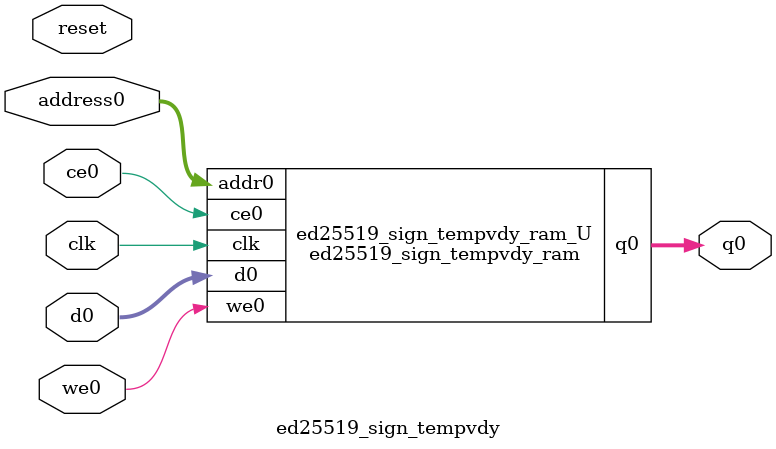
<source format=v>

`timescale 1 ns / 1 ps
module ed25519_sign_tempvdy_ram (addr0, ce0, d0, we0, q0,  clk);

parameter DWIDTH = 8;
parameter AWIDTH = 7;
parameter MEM_SIZE = 128;

input[AWIDTH-1:0] addr0;
input ce0;
input[DWIDTH-1:0] d0;
input we0;
output reg[DWIDTH-1:0] q0;
input clk;

(* ram_style = "block" *)reg [DWIDTH-1:0] ram[0:MEM_SIZE-1];




always @(posedge clk)  
begin 
    if (ce0) 
    begin
        if (we0) 
        begin 
            ram[addr0] <= d0; 
            q0 <= d0;
        end 
        else 
            q0 <= ram[addr0];
    end
end


endmodule


`timescale 1 ns / 1 ps
module ed25519_sign_tempvdy(
    reset,
    clk,
    address0,
    ce0,
    we0,
    d0,
    q0);

parameter DataWidth = 32'd8;
parameter AddressRange = 32'd128;
parameter AddressWidth = 32'd7;
input reset;
input clk;
input[AddressWidth - 1:0] address0;
input ce0;
input we0;
input[DataWidth - 1:0] d0;
output[DataWidth - 1:0] q0;



ed25519_sign_tempvdy_ram ed25519_sign_tempvdy_ram_U(
    .clk( clk ),
    .addr0( address0 ),
    .ce0( ce0 ),
    .d0( d0 ),
    .we0( we0 ),
    .q0( q0 ));

endmodule


</source>
